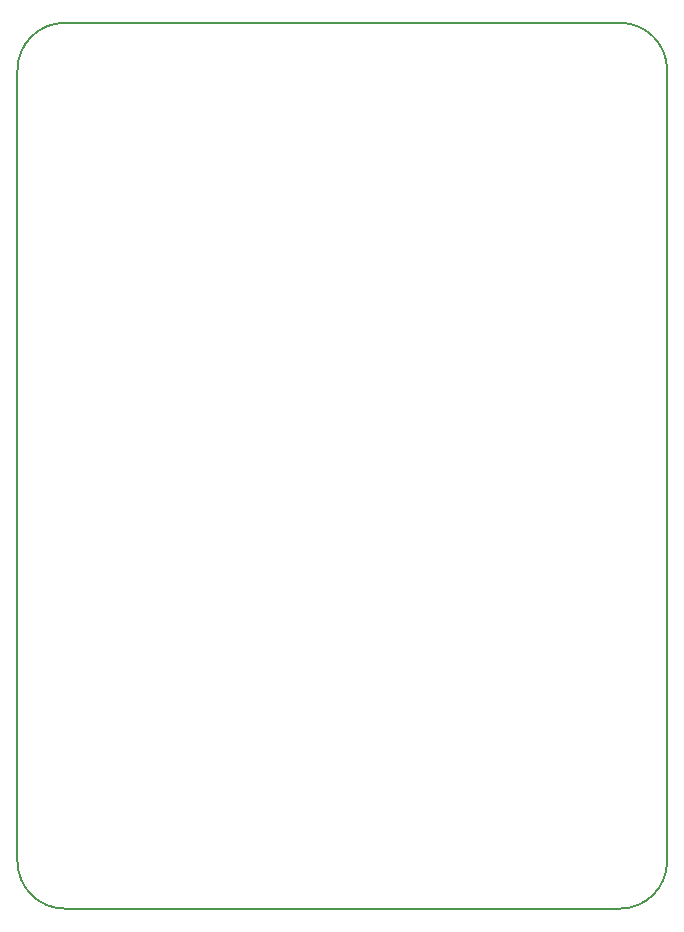
<source format=gm1>
G04 #@! TF.GenerationSoftware,KiCad,Pcbnew,8.99.0-3309-gecdc7ee08f-dirty*
G04 #@! TF.CreationDate,2024-12-18T14:42:25+01:00*
G04 #@! TF.ProjectId,aniweather,616e6977-6561-4746-9865-722e6b696361,v1.12*
G04 #@! TF.SameCoordinates,Original*
G04 #@! TF.FileFunction,Profile,NP*
%FSLAX46Y46*%
G04 Gerber Fmt 4.6, Leading zero omitted, Abs format (unit mm)*
G04 Created by KiCad (PCBNEW 8.99.0-3309-gecdc7ee08f-dirty) date 2024-12-18 14:42:25*
%MOMM*%
%LPD*%
G01*
G04 APERTURE LIST*
G04 #@! TA.AperFunction,Profile*
%ADD10C,0.200000*%
G04 #@! TD*
G04 APERTURE END LIST*
D10*
X116700000Y-138425000D02*
X163700000Y-138425000D01*
X112700000Y-67425000D02*
G75*
G02*
X116700000Y-63425000I4000000J0D01*
G01*
X167700000Y-134425000D02*
G75*
G02*
X163700000Y-138425000I-4000000J0D01*
G01*
X112700000Y-67425000D02*
X112700000Y-134425000D01*
X116700000Y-63425000D02*
X163700000Y-63425000D01*
X116700000Y-138425000D02*
G75*
G02*
X112700000Y-134425000I0J4000000D01*
G01*
X167700000Y-67425000D02*
X167700000Y-134425000D01*
X163700000Y-63425000D02*
G75*
G02*
X167700000Y-67425000I0J-4000000D01*
G01*
M02*

</source>
